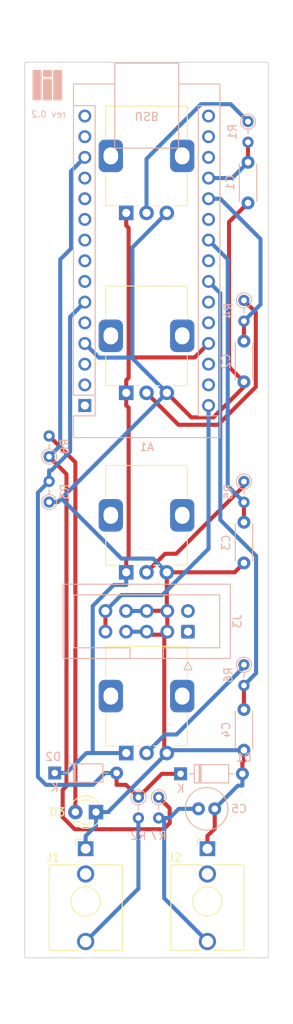
<source format=kicad_pcb>
(kicad_pcb (version 20221018) (generator pcbnew)
  (layers (0 "F.Cu" signal) (31 "B.Cu" signal) (34 "B.Paste" user) (35 "F.Paste" user) (36 "B.SilkS" user "B.Silkscreen") (37 "F.SilkS" user "F.Silkscreen") (38 "B.Mask" user) (39 "F.Mask" user) (44 "Edge.Cuts" user))
  (net 0 "")
  (net 5 "Net-(A1-D3)")
  (net 12 "Net-(A1-D10)")
  (net 18 "Net-(A1-A0)")
  (net 19 "Net-(A1-A1)")
  (net 21 "Net-(A1-A3)")
  (net 23 "Net-(A1-A5)")
  (net 28 "+12V")
  (net 29 "GND")
  (net 30 "+5V")
  (net 31 "Net-(R1-Pad1)")
  (net 32 "Net-(J1-PadT)")
  (net 33 "Net-(C5-Pad2)")
  (net 34 "Net-(R4-Pad1)")
  (net 35 "Net-(R5-Pad1)")
  (net 36 "Net-(R6-Pad1)")
  (net 37 "Net-(D3-A)")
  (footprint "Potentiometer_THT:Potentiometer_Alps_RK09K_Single_Vertical" (layer "F.Cu") (at 32.5 81.65 90)
    (fp_text reference "RV3-FORM1" hide)
    (fp_text value "R_Potentiometer_US" hide)
    (pad "1" thru_hole rect locked (at 0 0 90) (size 1.8 1.8) (drill 1) (layers "*.Cu" "*.Mask") (net 30 "+5V"))
    (pad "2" thru_hole circle locked (at 0 2.5 90) (size 1.8 1.8) (drill 1) (layers "*.Cu" "*.Mask") (net 35 "Net-(R5-Pad1)"))
    (pad "3" thru_hole circle locked (at 0 5 90) (size 1.8 1.8) (drill 1) (layers "*.Cu" "*.Mask") (net 29 "GND"))
    (pad "MP" thru_hole roundrect locked (at 7 -1.9 90) (size 4 3) (drill oval 2.1 1.8) (layers "*.Cu" "*.Mask"))
    (pad "MP" thru_hole roundrect locked (at 7 6.9 90) (size 4 3) (drill oval 2.1 1.8) (layers "*.Cu" "*.Mask"))
  )
  (footprint "LED_THT:LED_D3.0mm" (layer "F.Cu") (at 28.775 111.1 180)
    (fp_text reference "D3" (at 4.775 0) (layer "F.SilkS"))
    (fp_text value "LED")
    (pad "1" thru_hole rect locked (at 0 0 180) (size 1.8 1.8) (drill 0.9) (layers "*.Cu" "*.Mask") (net 29 "GND"))
    (pad "2" thru_hole circle locked (at 2.54 0 180) (size 1.8 1.8) (drill 0.9) (layers "*.Cu" "*.Mask") (net 37 "Net-(D3-A)"))
  )
  (footprint "Connector_Audio:Jack_3.5mm_QingPu_WQP-PJ398SM_Vertical_CircularHoles" (layer "F.Cu") (at 27.5 115.6)
    (fp_text reference "J1" (at -4.03 1.08 180) (layer "F.SilkS"))
    (fp_text value "CLOCK IN")
    (pad "S" thru_hole rect locked (at 0 0 180) (size 1.93 1.83) (drill 1.22) (layers "*.Cu" "*.Mask") (net 29 "GND"))
    (pad "T" thru_hole circle locked (at 0 11.4 180) (size 2.13 2.13) (drill 1.43) (layers "*.Cu" "*.Mask") (net 32 "Net-(J1-PadT)"))
    (pad "TN" thru_hole circle locked (at 0 3.1 180) (size 2.13 2.13) (drill 1.42) (layers "*.Cu" "*.Mask"))
  )
  (footprint "Potentiometer_THT:Potentiometer_Alps_RK09K_Single_Vertical" (layer "F.Cu") (at 32.5 59.6 90)
    (fp_text reference "RV2-PHASE1" hide)
    (fp_text value "R_Potentiometer_US" hide)
    (pad "1" thru_hole rect locked (at 0 0 90) (size 1.8 1.8) (drill 1) (layers "*.Cu" "*.Mask") (net 30 "+5V"))
    (pad "2" thru_hole circle locked (at 0 2.5 90) (size 1.8 1.8) (drill 1) (layers "*.Cu" "*.Mask") (net 34 "Net-(R4-Pad1)"))
    (pad "3" thru_hole circle locked (at 0 5 90) (size 1.8 1.8) (drill 1) (layers "*.Cu" "*.Mask") (net 29 "GND"))
    (pad "MP" thru_hole roundrect locked (at 7 -1.9 90) (size 4 3) (drill oval 2.1 1.8) (layers "*.Cu" "*.Mask"))
    (pad "MP" thru_hole roundrect locked (at 7 6.9 90) (size 4 3) (drill oval 2.1 1.8) (layers "*.Cu" "*.Mask"))
  )
  (footprint "Potentiometer_THT:Potentiometer_Alps_RK09K_Single_Vertical" (layer "F.Cu") (at 32.5 103.85 90)
    (fp_text reference "RV4-MOD1" hide)
    (fp_text value "R_Potentiometer_US" hide)
    (pad "1" thru_hole rect locked (at 0 0 90) (size 1.8 1.8) (drill 1) (layers "*.Cu" "*.Mask") (net 30 "+5V"))
    (pad "2" thru_hole circle locked (at 0 2.5 90) (size 1.8 1.8) (drill 1) (layers "*.Cu" "*.Mask") (net 36 "Net-(R6-Pad1)"))
    (pad "3" thru_hole circle locked (at 0 5 90) (size 1.8 1.8) (drill 1) (layers "*.Cu" "*.Mask") (net 29 "GND"))
    (pad "MP" thru_hole roundrect locked (at 7 -1.9 90) (size 4 3) (drill oval 2.1 1.8) (layers "*.Cu" "*.Mask"))
    (pad "MP" thru_hole roundrect locked (at 7 6.9 90) (size 4 3) (drill oval 2.1 1.8) (layers "*.Cu" "*.Mask"))
  )
  (footprint "Potentiometer_THT:Potentiometer_Alps_RK09K_Single_Vertical" (layer "F.Cu") (at 32.5 37.5 90)
    (fp_text reference "RV1-AMP1" hide)
    (fp_text value "R_Potentiometer_US" hide)
    (pad "1" thru_hole rect locked (at 0 0 90) (size 1.8 1.8) (drill 1) (layers "*.Cu" "*.Mask") (net 30 "+5V"))
    (pad "2" thru_hole circle locked (at 0 2.5 90) (size 1.8 1.8) (drill 1) (layers "*.Cu" "*.Mask") (net 31 "Net-(R1-Pad1)"))
    (pad "3" thru_hole circle locked (at 0 5 90) (size 1.8 1.8) (drill 1) (layers "*.Cu" "*.Mask") (net 29 "GND"))
    (pad "MP" thru_hole roundrect locked (at 7 -1.9 90) (size 4 3) (drill oval 2.1 1.8) (layers "*.Cu" "*.Mask"))
    (pad "MP" thru_hole roundrect locked (at 7 6.9 90) (size 4 3) (drill oval 2.1 1.8) (layers "*.Cu" "*.Mask"))
  )
  (footprint "Connector_Audio:Jack_3.5mm_QingPu_WQP-PJ398SM_Vertical_CircularHoles" (layer "F.Cu") (at 42.5 115.6)
    (fp_text reference "J2" (at -4.03 1.08 180) (layer "F.SilkS"))
    (fp_text value "OUT")
    (pad "S" thru_hole rect locked (at 0 0 180) (size 1.93 1.83) (drill 1.22) (layers "*.Cu" "*.Mask") (net 29 "GND"))
    (pad "T" thru_hole circle locked (at 0 11.4 180) (size 2.13 2.13) (drill 1.43) (layers "*.Cu" "*.Mask") (net 33 "Net-(C5-Pad2)"))
    (pad "TN" thru_hole circle locked (at 0 3.1 180) (size 2.13 2.13) (drill 1.42) (layers "*.Cu" "*.Mask"))
  )
  (footprint "MountingHole:MountingHole_2.5mm" (layer "B.Cu") (at 47.1 42 180)
    (fp_text reference "HOLE RIGHT" hide)
    (fp_text value "MountingHole_2.5mm" hide)
    (pad "" np_thru_hole circle (at 0 0 180) (size 2.5 2.5) (drill 2.5) (layers "*.Cu" "*.Mask"))
  )
  (footprint "MountingHole:MountingHole_2.5mm" (layer "B.Cu") (at 22.9 42 180)
    (fp_text reference "REF**" hide)
    (fp_text value "MountingHole_2.5mm" hide)
    (pad "" np_thru_hole circle (at 0 0 180) (size 2.5 2.5) (drill 2.5) (layers "*.Cu" "*.Mask"))
  )
  (footprint "Capacitor_THT:C_Disc_D4.3mm_W1.9mm_P5.00mm" (layer "B.Cu") (at 47 98.5 -90)
    (fp_text reference "C4" (at 2.5 2.2 90) (layer "B.SilkS") (effects (justify mirror)))
    (fp_text value "C 220pF" hide)
    (pad "1" thru_hole circle (at 0 0 270) (size 1.6 1.6) (drill 0.8) (layers "*.Cu" "*.Mask") (net 23 "Net-(A1-A5)"))
    (pad "2" thru_hole circle (at 5 0 270) (size 1.6 1.6) (drill 0.8) (layers "*.Cu" "*.Mask") (net 29 "GND"))
  )
  (footprint "Capacitor_THT:C_Disc_D4.3mm_W1.9mm_P5.00mm" (layer "B.Cu") (at 47.5 31.28 -90)
    (fp_text reference "C1" (at 2.5 2.2 90) (layer "B.SilkS") (effects (justify mirror)))
    (fp_text value "C 220pF" hide)
    (pad "1" thru_hole circle (at 0 0 270) (size 1.6 1.6) (drill 0.8) (layers "*.Cu" "*.Mask") (net 18 "Net-(A1-A0)"))
    (pad "2" thru_hole circle (at 5 0 270) (size 1.6 1.6) (drill 0.8) (layers "*.Cu" "*.Mask") (net 29 "GND"))
  )
  (footprint "Diode_THT:D_DO-35_SOD27_P7.62mm_Horizontal" (layer "B.Cu") (at 23.69 106.3)
    (fp_text reference "D2" (at -0.19 -2) (layer "B.SilkS") (effects (justify mirror)))
    (fp_text value "BAT43" hide)
    (fp_text user "K" (at 0 1.8) (layer "B.SilkS") (effects (justify mirror)))
    (pad "1" thru_hole rect (at 0 0) (size 1.6 1.6) (drill 0.8) (layers "*.Cu" "*.Mask") (net 30 "+5V"))
    (pad "2" thru_hole oval (at 7.62 0) (size 1.6 1.6) (drill 0.8) (layers "*.Cu" "*.Mask") (net 5 "Net-(A1-D3)"))
  )
  (footprint "Resistor_THT:R_Axial_DIN0204_L3.6mm_D1.6mm_P2.54mm_Vertical" (layer "B.Cu") (at 47 48.25 -90)
    (fp_text reference "R4" (at 1.27 1.92 90) (layer "B.SilkS") (effects (justify mirror)))
    (fp_text value "R 470" hide)
    (pad "1" thru_hole circle (at 0 0 270) (size 1.4 1.4) (drill 0.7) (layers "*.Cu" "*.Mask") (net 34 "Net-(R4-Pad1)"))
    (pad "2" thru_hole oval (at 2.54 0 270) (size 1.4 1.4) (drill 0.7) (layers "*.Cu" "*.Mask") (net 19 "Net-(A1-A1)"))
  )
  (footprint "Capacitor_THT:C_Disc_D4.3mm_W1.9mm_P5.00mm" (layer "B.Cu") (at 47 75.5 -90)
    (fp_text reference "C3" (at 2.5 2.2 90) (layer "B.SilkS") (effects (justify mirror)))
    (fp_text value "C 220pF" hide)
    (pad "1" thru_hole circle (at 0 0 270) (size 1.6 1.6) (drill 0.8) (layers "*.Cu" "*.Mask") (net 21 "Net-(A1-A3)"))
    (pad "2" thru_hole circle (at 5 0 270) (size 1.6 1.6) (drill 0.8) (layers "*.Cu" "*.Mask") (net 29 "GND"))
  )
  (footprint "Resistor_THT:R_Axial_DIN0204_L3.6mm_D1.6mm_P2.54mm_Vertical" (layer "B.Cu") (at 23 73.02 90)
    (fp_text reference "R3" (at 1.27 1.92 90) (layer "B.SilkS") (effects (justify mirror)))
    (fp_text value "R 100K" hide)
    (pad "1" thru_hole circle (at 0 0 90) (size 1.4 1.4) (drill 0.7) (layers "*.Cu" "*.Mask") (net 29 "GND"))
    (pad "2" thru_hole oval (at 2.54 0 90) (size 1.4 1.4) (drill 0.7) (layers "*.Cu" "*.Mask") (net 5 "Net-(A1-D3)"))
  )
  (footprint "Resistor_THT:R_Axial_DIN0204_L3.6mm_D1.6mm_P2.54mm_Vertical" (layer "B.Cu") (at 23 67.44 90)
    (fp_text reference "R8" (at 1.27 1.92 90) (layer "B.SilkS") (effects (justify mirror)))
    (fp_text value "R 33K" hide)
    (pad "1" thru_hole circle (at 0 0 90) (size 1.4 1.4) (drill 0.7) (layers "*.Cu" "*.Mask") (net 12 "Net-(A1-D10)"))
    (pad "2" thru_hole oval (at 2.54 0 90) (size 1.4 1.4) (drill 0.7) (layers "*.Cu" "*.Mask") (net 37 "Net-(D3-A)"))
  )
  (footprint "Resistor_THT:R_Axial_DIN0204_L3.6mm_D1.6mm_P2.54mm_Vertical" (layer "B.Cu") (at 47 93 -90)
    (fp_text reference "R6" (at 1.27 1.92 -90) (layer "B.SilkS") (effects (justify mirror)))
    (fp_text value "R 470" hide)
    (pad "1" thru_hole circle (at 0 0 270) (size 1.4 1.4) (drill 0.7) (layers "*.Cu" "*.Mask") (net 36 "Net-(R6-Pad1)"))
    (pad "2" thru_hole oval (at 2.54 0 270) (size 1.4 1.4) (drill 0.7) (layers "*.Cu" "*.Mask") (net 23 "Net-(A1-A5)"))
  )
  (footprint "Module:Arduino_Nano" (layer "B.Cu") (at 27.4 61.16)
    (fp_text reference "A1" (at 7.62 5.08) (layer "B.SilkS") (effects (justify mirror)))
    (fp_text value "Arduino_Nano" hide)
    (fp_text user "USB" (at 7.62 -35.56 180 unlocked) (layer "B.SilkS") (effects (justify mirror)))
    (pad "1" thru_hole rect (at 0 0) (size 1.6 1.6) (drill 1) (layers "*.Cu" "*.Mask"))
    (pad "2" thru_hole oval (at 0 -2.54) (size 1.6 1.6) (drill 1) (layers "*.Cu" "*.Mask"))
    (pad "3" thru_hole oval (at 0 -5.08) (size 1.6 1.6) (drill 1) (layers "*.Cu" "*.Mask"))
    (pad "4" thru_hole oval (at 0 -7.62) (size 1.6 1.6) (drill 1) (layers "*.Cu" "*.Mask") (net 29 "GND"))
    (pad "5" thru_hole oval (at 0 -10.16) (size 1.6 1.6) (drill 1) (layers "*.Cu" "*.Mask"))
    (pad "6" thru_hole oval (at 0 -12.7) (size 1.6 1.6) (drill 1) (layers "*.Cu" "*.Mask") (net 5 "Net-(A1-D3)"))
    (pad "7" thru_hole oval (at 0 -15.24) (size 1.6 1.6) (drill 1) (layers "*.Cu" "*.Mask"))
    (pad "8" thru_hole oval (at 0 -17.78) (size 1.6 1.6) (drill 1) (layers "*.Cu" "*.Mask"))
    (pad "9" thru_hole oval (at 0 -20.32) (size 1.6 1.6) (drill 1) (layers "*.Cu" "*.Mask"))
    (pad "10" thru_hole oval (at 0 -22.86) (size 1.6 1.6) (drill 1) (layers "*.Cu" "*.Mask"))
    (pad "11" thru_hole oval (at 0 -25.4) (size 1.6 1.6) (drill 1) (layers "*.Cu" "*.Mask"))
    (pad "12" thru_hole oval (at 0 -27.94) (size 1.6 1.6) (drill 1) (layers "*.Cu" "*.Mask"))
    (pad "13" thru_hole oval (at 0 -30.48) (size 1.6 1.6) (drill 1) (layers "*.Cu" "*.Mask") (net 12 "Net-(A1-D10)"))
    (pad "14" thru_hole oval (at 0 -33.02) (size 1.6 1.6) (drill 1) (layers "*.Cu" "*.Mask"))
    (pad "15" thru_hole oval (at 0 -35.56) (size 1.6 1.6) (drill 1) (layers "*.Cu" "*.Mask"))
    (pad "16" thru_hole oval (at 15.24 -35.56) (size 1.6 1.6) (drill 1) (layers "*.Cu" "*.Mask"))
    (pad "17" thru_hole oval (at 15.24 -33.02) (size 1.6 1.6) (drill 1) (layers "*.Cu" "*.Mask"))
    (pad "18" thru_hole oval (at 15.24 -30.48) (size 1.6 1.6) (drill 1) (layers "*.Cu" "*.Mask"))
    (pad "19" thru_hole oval (at 15.24 -27.94) (size 1.6 1.6) (drill 1) (layers "*.Cu" "*.Mask") (net 18 "Net-(A1-A0)"))
    (pad "20" thru_hole oval (at 15.24 -25.4) (size 1.6 1.6) (drill 1) (layers "*.Cu" "*.Mask") (net 19 "Net-(A1-A1)"))
    (pad "21" thru_hole oval (at 15.24 -22.86) (size 1.6 1.6) (drill 1) (layers "*.Cu" "*.Mask"))
    (pad "22" thru_hole oval (at 15.24 -20.32) (size 1.6 1.6) (drill 1) (layers "*.Cu" "*.Mask") (net 21 "Net-(A1-A3)"))
    (pad "23" thru_hole oval (at 15.24 -17.78) (size 1.6 1.6) (drill 1) (layers "*.Cu" "*.Mask"))
    (pad "24" thru_hole oval (at 15.24 -15.24) (size 1.6 1.6) (drill 1) (layers "*.Cu" "*.Mask") (net 23 "Net-(A1-A5)"))
    (pad "25" thru_hole oval (at 15.24 -12.7) (size 1.6 1.6) (drill 1) (layers "*.Cu" "*.Mask"))
    (pad "26" thru_hole oval (at 15.24 -10.16) (size 1.6 1.6) (drill 1) (layers "*.Cu" "*.Mask"))
    (pad "27" thru_hole oval (at 15.24 -7.62) (size 1.6 1.6) (drill 1) (layers "*.Cu" "*.Mask") (net 30 "+5V"))
    (pad "28" thru_hole oval (at 15.24 -5.08) (size 1.6 1.6) (drill 1) (layers "*.Cu" "*.Mask"))
    (pad "29" thru_hole oval (at 15.24 -2.54) (size 1.6 1.6) (drill 1) (layers "*.Cu" "*.Mask"))
    (pad "30" thru_hole oval (at 15.24 0) (size 1.6 1.6) (drill 1) (layers "*.Cu" "*.Mask") (net 28 "+12V"))
  )
  (footprint "Connector_IDC:IDC-Header_2x05_P2.54mm_Vertical" (layer "B.Cu") (at 40.1 88.94 90)
    (fp_text reference "J3" (at 1.27 6.1 90) (layer "B.SilkS") (effects (justify mirror)))
    (fp_text value "Connector_02x05")
    (pad "1" thru_hole roundrect (at 0 0 90) (size 1.7 1.7) (drill 1) (layers "*.Cu" "*.Mask") (roundrect_rratio 0.147059))
    (pad "2" thru_hole circle (at 2.54 0 90) (size 1.7 1.7) (drill 1) (layers "*.Cu" "*.Mask"))
    (pad "3" thru_hole circle (at 0 -2.54 90) (size 1.7 1.7) (drill 1) (layers "*.Cu" "*.Mask") (net 29 "GND"))
    (pad "4" thru_hole circle (at 2.54 -2.54 90) (size 1.7 1.7) (drill 1) (layers "*.Cu" "*.Mask") (net 29 "GND"))
    (pad "5" thru_hole circle (at 0 -5.08 90) (size 1.7 1.7) (drill 1) (layers "*.Cu" "*.Mask") (net 29 "GND"))
    (pad "6" thru_hole circle (at 2.54 -5.08 90) (size 1.7 1.7) (drill 1) (layers "*.Cu" "*.Mask") (net 29 "GND"))
    (pad "7" thru_hole circle (at 0 -7.62 90) (size 1.7 1.7) (drill 1) (layers "*.Cu" "*.Mask") (net 29 "GND"))
    (pad "8" thru_hole circle (at 2.54 -7.62 90) (size 1.7 1.7) (drill 1) (layers "*.Cu" "*.Mask") (net 29 "GND"))
    (pad "9" thru_hole circle (at 0 -10.16 90) (size 1.7 1.7) (drill 1) (layers "*.Cu" "*.Mask") (net 28 "+12V"))
    (pad "10" thru_hole circle (at 2.54 -10.16 90) (size 1.7 1.7) (drill 1) (layers "*.Cu" "*.Mask") (net 28 "+12V"))
  )
  (footprint "Capacitor_THT:C_Radial_D5.0mm_H11.0mm_P2.00mm" (layer "B.Cu") (at 43.4 110.7 180)
    (fp_text reference "C5" (at -3 0) (layer "B.SilkS") (effects (justify mirror)))
    (fp_text value "C 4.7 µF" hide)
    (pad "1" thru_hole circle (at 0 0 180) (size 1.6 1.6) (drill 0.8) (layers "*.Cu" "*.Mask") (net 29 "GND"))
    (pad "2" thru_hole circle (at 2 0 180) (size 1.6 1.6) (drill 0.8) (layers "*.Cu" "*.Mask") (net 33 "Net-(C5-Pad2)"))
  )
  (footprint "Resistor_THT:R_Axial_DIN0204_L3.6mm_D1.6mm_P2.54mm_Vertical" (layer "B.Cu") (at 36.5 109.28 -90)
    (fp_text reference "R7" (at 4.72 0 -180) (layer "B.SilkS") (effects (justify mirror)))
    (fp_text value "R 470" hide)
    (pad "1" thru_hole circle (at 0 0 270) (size 1.4 1.4) (drill 0.7) (layers "*.Cu" "*.Mask") (net 12 "Net-(A1-D10)"))
    (pad "2" thru_hole oval (at 2.54 0 270) (size 1.4 1.4) (drill 0.7) (layers "*.Cu" "*.Mask") (net 33 "Net-(C5-Pad2)"))
  )
  (footprint "Capacitor_THT:C_Disc_D4.3mm_W1.9mm_P5.00mm" (layer "B.Cu") (at 47 53.25 -90)
    (fp_text reference "C2" (at 2.5 2.2 90) (layer "B.SilkS") (effects (justify mirror)))
    (fp_text value "C 220pF" hide)
    (pad "1" thru_hole circle (at 0 0 270) (size 1.6 1.6) (drill 0.8) (layers "*.Cu" "*.Mask") (net 19 "Net-(A1-A1)"))
    (pad "2" thru_hole circle (at 5 0 270) (size 1.6 1.6) (drill 0.8) (layers "*.Cu" "*.Mask") (net 29 "GND"))
  )
  (footprint "Resistor_THT:R_Axial_DIN0204_L3.6mm_D1.6mm_P2.54mm_Vertical" (layer "B.Cu") (at 47.5 26.28 -90)
    (fp_text reference "R1" (at 1.27 1.92 90) (layer "B.SilkS") (effects (justify mirror)))
    (fp_text value "R 470" hide)
    (pad "1" thru_hole circle (at 0 0 270) (size 1.4 1.4) (drill 0.7) (layers "*.Cu" "*.Mask") (net 31 "Net-(R1-Pad1)"))
    (pad "2" thru_hole oval (at 2.54 0 270) (size 1.4 1.4) (drill 0.7) (layers "*.Cu" "*.Mask") (net 18 "Net-(A1-A0)"))
  )
  (footprint "Resistor_THT:R_Axial_DIN0204_L3.6mm_D1.6mm_P2.54mm_Vertical" (layer "B.Cu") (at 34 109.28 -90)
    (fp_text reference "R2" (at 4.72 0 -180) (layer "B.SilkS") (effects (justify mirror)))
    (fp_text value "R 1K" hide)
    (pad "1" thru_hole circle (at 0 0 270) (size 1.4 1.4) (drill 0.7) (layers "*.Cu" "*.Mask") (net 5 "Net-(A1-D3)"))
    (pad "2" thru_hole oval (at 2.54 0 270) (size 1.4 1.4) (drill 0.7) (layers "*.Cu" "*.Mask") (net 32 "Net-(J1-PadT)"))
  )
  (footprint "Diode_THT:D_DO-35_SOD27_P7.62mm_Horizontal" (layer "B.Cu") (at 39.19 106.4)
    (fp_text reference "D1" (at 7.81 -2) (layer "B.SilkS") (effects (justify mirror)))
    (fp_text value "BAT43" hide)
    (fp_text user "K" (at 0 1.8) (layer "B.SilkS") (effects (justify mirror)))
    (pad "1" thru_hole rect (at 0 0) (size 1.6 1.6) (drill 0.8) (layers "*.Cu" "*.Mask") (net 5 "Net-(A1-D3)"))
    (pad "2" thru_hole oval (at 7.62 0) (size 1.6 1.6) (drill 0.8) (layers "*.Cu" "*.Mask") (net 29 "GND"))
  )
  (footprint "Resistor_THT:R_Axial_DIN0204_L3.6mm_D1.6mm_P2.54mm_Vertical" (layer "B.Cu") (at 47 70.5 -90)
    (fp_text reference "R5" (at 1.27 1.92 90) (layer "B.SilkS") (effects (justify mirror)))
    (fp_text value "R 470" hide)
    (pad "1" thru_hole circle (at 0 0 270) (size 1.4 1.4) (drill 0.7) (layers "*.Cu" "*.Mask") (net 35 "Net-(R5-Pad1)"))
    (pad "2" thru_hole oval (at 2.54 0 270) (size 1.4 1.4) (drill 0.7) (layers "*.Cu" "*.Mask") (net 21 "Net-(A1-A3)"))
  )
  (gr_poly (pts (xy 21.924096 19.942385) (xy 21.93213 19.943001) (xy 21.940051 19.944015) (xy 21.947848 19.945417) (xy 21.955511 19.947198) (xy 21.963031 19.949345) (xy 21.970397 19.951851) (xy 21.977598 19.954704) (xy 21.984625 19.957894) (xy 21.991467 19.961411) (xy 21.998115 19.965244) (xy 22.004558 19.969385) (xy 22.010785 19.973822) (xy 22.016787 19.978545) (xy 22.022554 19.983545) (xy 22.028075 19.98881) (xy 22.033341 19.994331) (xy 22.03834 20.000098) (xy 22.043064 20.0061) (xy 22.047501 20.012328) (xy 22.051641 20.018771) (xy 22.055475 20.025418) (xy 22.058992 20.032261) (xy 22.062182 20.039288) (xy 22.065035 20.046489) (xy 22.06754 20.053855) (xy 22.069688 20.061374) (xy 22.071468 20.069038) (xy 22.07287 20.076835) (xy 22.073885 20.084756) (xy 22.074501 20.09279) (xy 22.074708 20.100927) (xy 22.074708 23.533896) (xy 22.074501 23.541913) (xy 22.073885 23.549835) (xy 22.07287 23.55765) (xy 22.071468 23.565349) (xy 22.069688 23.572921) (xy 22.06754 23.580355) (xy 22.065035 23.587642) (xy 22.062182 23.594771) (xy 22.058992 23.601731) (xy 22.055475 23.608512) (xy 22.051641 23.615103) (xy 22.047501 23.621495) (xy 22.043064 23.627677) (xy 22.03834 23.633638) (xy 22.033341 23.639367) (xy 22.028076 23.644856) (xy 22.022554 23.650092) (xy 22.016787 23.655066) (xy 22.010785 23.659767) (xy 22.004558 23.664185) (xy 21.998115 23.668309) (xy 21.991467 23.67213) (xy 21.984625 23.675636) (xy 21.977598 23.678817) (xy 21.970397 23.681663) (xy 21.963031 23.684163) (xy 21.955511 23.686308) (xy 21.947848 23.688085) (xy 21.940051 23.689486) (xy 21.93213 23.6905) (xy 21.924096 23.691115) (xy 21.915958 23.691323) (xy 21.108979 23.691323) (xy 21.100842 23.691115) (xy 21.092808 23.690499) (xy 21.084887 23.689485) (xy 21.07709 23.688083) (xy 21.069426 23.686303) (xy 21.061906 23.684155) (xy 21.054541 23.681649) (xy 21.04734 23.678796) (xy 21.040313 23.675607) (xy 21.03347 23.67209) (xy 21.026823 23.668256) (xy 21.02038 23.664115) (xy 21.014152 23.659678) (xy 21.00815 23.654955) (xy 21.002383 23.649956) (xy 20.996862 23.64469) (xy 20.991597 23.639169) (xy 20.986597 23.633402) (xy 20.981874 23.6274) (xy 20.977437 23.621172) (xy 20.973296 23.61473) (xy 20.969463 23.608082) (xy 20.965946 23.60124) (xy 20.962756 23.594213) (xy 20.959903 23.587011) (xy 20.957397 23.579646) (xy 20.955249 23.572126) (xy 20.953469 23.564463) (xy 20.952067 23.556665) (xy 20.951053 23.548745) (xy 20.950437 23.54071) (xy 20.950229 23.532573) (xy 20.950229 20.100927) (xy 20.950437 20.09279) (xy 20.951053 20.084756) (xy 20.952067 20.076835) (xy 20.953469 20.069038) (xy 20.955249 20.061374) (xy 20.957397 20.053855) (xy 20.959903 20.046489) (xy 20.962756 20.039288) (xy 20.965946 20.032261) (xy 20.969463 20.025418) (xy 20.973296 20.018771) (xy 20.977437 20.012328) (xy 20.981874 20.0061) (xy 20.986597 20.000098) (xy 20.991597 19.994331) (xy 20.996862 19.98881) (xy 21.002383 19.983545) (xy 21.00815 19.978545) (xy 21.014152 19.973822) (xy 21.02038 19.969385) (xy 21.026823 19.965244) (xy 21.03347 19.961411) (xy 21.040313 19.957894) (xy 21.04734 19.954704) (xy 21.054541 19.951851) (xy 21.061906 19.949345) (xy 21.069426 19.947198) (xy 21.07709 19.945417) (xy 21.084887 19.944015) (xy 21.092808 19.943001) (xy 21.100842 19.942385) (xy 21.108979 19.942177) (xy 21.915958 19.942177)) (fill solid) (layer "B.SilkS"))
  (gr_poly (pts (xy 23.199387 20.991458) (xy 23.207422 20.992074) (xy 23.215342 20.993088) (xy 23.22314 20.99449) (xy 23.230803 20.99627) (xy 23.238323 20.998418) (xy 23.245688 21.000924) (xy 23.25289 21.003776) (xy 23.259917 21.006966) (xy 23.266759 21.010483) (xy 23.273407 21.014317) (xy 23.279849 21.018458) (xy 23.286077 21.022895) (xy 23.292079 21.027618) (xy 23.297846 21.032618) (xy 23.303367 21.037883) (xy 23.308633 21.043404) (xy 23.313632 21.049171) (xy 23.318355 21.055173) (xy 23.322792 21.061401) (xy 23.326933 21.067844) (xy 23.330767 21.074491) (xy 23.334284 21.081334) (xy 23.337474 21.08836) (xy 23.340326 21.095562) (xy 23.342832 21.102927) (xy 23.34498 21.110447) (xy 23.34676 21.118111) (xy 23.348162 21.125908) (xy 23.349176 21.133829) (xy 23.349792 21.141863) (xy 23.35 21.15) (xy 23.35 23.532573) (xy 23.349792 23.54071) (xy 23.349176 23.548745) (xy 23.348162 23.556665) (xy 23.34676 23.564463) (xy 23.34498 23.572126) (xy 23.342832 23.579646) (xy 23.340326 23.587011) (xy 23.337474 23.594213) (xy 23.334284 23.60124) (xy 23.330767 23.608082) (xy 23.326933 23.61473) (xy 23.322792 23.621172) (xy 23.318355 23.6274) (xy 23.313632 23.633402) (xy 23.308633 23.639169) (xy 23.303367 23.64469) (xy 23.297846 23.649956) (xy 23.292079 23.654955) (xy 23.286077 23.659678) (xy 23.279849 23.664115) (xy 23.273407 23.668256) (xy 23.266759 23.67209) (xy 23.259917 23.675607) (xy 23.25289 23.678796) (xy 23.245688 23.681649) (xy 23.238323 23.684155) (xy 23.230803 23.686303) (xy 23.22314 23.688083) (xy 23.215342 23.689485) (xy 23.207422 23.690499) (xy 23.199387 23.691115) (xy 23.19125 23.691323) (xy 22.384271 23.691323) (xy 22.376134 23.691115) (xy 22.368099 23.690499) (xy 22.360179 23.689485) (xy 22.352381 23.688083) (xy 22.344718 23.686303) (xy 22.337198 23.684155) (xy 22.329833 23.681649) (xy 22.322631 23.678796) (xy 22.315604 23.675607) (xy 22.308762 23.67209) (xy 22.302114 23.668256) (xy 22.295672 23.664115) (xy 22.289444 23.659678) (xy 22.283442 23.654955) (xy 22.277675 23.649956) (xy 22.272154 23.64469) (xy 22.266888 23.639169) (xy 22.261889 23.633402) (xy 22.257166 23.6274) (xy 22.252729 23.621172) (xy 22.248588 23.61473) (xy 22.244754 23.608082) (xy 22.241237 23.60124) (xy 22.238047 23.594213) (xy 22.235194 23.587011) (xy 22.232689 23.579646) (xy 22.230541 23.572126) (xy 22.228761 23.564463) (xy 22.227359 23.556665) (xy 22.226344 23.548745) (xy 22.225728 23.54071) (xy 22.225521 23.532573) (xy 22.225521 21.15) (xy 22.225728 21.141863) (xy 22.226344 21.133829) (xy 22.227359 21.125908) (xy 22.228761 21.118111) (xy 22.230541 21.110447) (xy 22.232689 21.102927) (xy 22.235194 21.095562) (xy 22.238047 21.08836) (xy 22.241237 21.081334) (xy 22.244754 21.074491) (xy 22.248588 21.067844) (xy 22.252729 21.061401) (xy 22.257166 21.055173) (xy 22.261889 21.049171) (xy 22.266888 21.043404) (xy 22.272154 21.037883) (xy 22.277675 21.032618) (xy 22.283442 21.027618) (xy 22.289444 21.022895) (xy 22.295672 21.018458) (xy 22.302114 21.014317) (xy 22.308762 21.010483) (xy 22.315604 21.006966) (xy 22.322631 21.003776) (xy 22.329833 21.000924) (xy 22.337198 20.998418) (xy 22.344718 20.99627) (xy 22.352381 20.99449) (xy 22.360179 20.993088) (xy 22.368099 20.992074) (xy 22.376134 20.991458) (xy 22.384271 20.99125) (xy 23.19125 20.99125)) (fill solid) (layer "B.SilkS"))
  (gr_poly (pts (xy 24.474679 19.942385) (xy 24.482713 19.943001) (xy 24.490634 19.944015) (xy 24.498431 19.945417) (xy 24.506095 19.947198) (xy 24.513614 19.949345) (xy 24.52098 19.951851) (xy 24.528181 19.954704) (xy 24.535208 19.957894) (xy 24.54205 19.961411) (xy 24.548698 19.965244) (xy 24.555141 19.969385) (xy 24.561368 19.973822) (xy 24.567371 19.978545) (xy 24.573137 19.983545) (xy 24.578659 19.98881) (xy 24.583924 19.994331) (xy 24.588924 20.000098) (xy 24.593647 20.0061) (xy 24.598084 20.012328) (xy 24.602224 20.018771) (xy 24.606058 20.025418) (xy 24.609575 20.032261) (xy 24.612765 20.039288) (xy 24.615618 20.046489) (xy 24.618123 20.053855) (xy 24.620271 20.061374) (xy 24.622051 20.069038) (xy 24.623454 20.076835) (xy 24.624468 20.084756) (xy 24.625084 20.09279) (xy 24.625291 20.100927) (xy 24.625291 23.533896) (xy 24.625084 23.541913) (xy 24.624468 23.549835) (xy 24.623454 23.55765) (xy 24.622051 23.565349) (xy 24.620271 23.572921) (xy 24.618123 23.580355) (xy 24.615618 23.587642) (xy 24.612765 23.594771) (xy 24.609575 23.601731) (xy 24.606058 23.608512) (xy 24.602224 23.615103) (xy 24.598084 23.621495) (xy 24.593647 23.627677) (xy 24.588924 23.633638) (xy 24.583924 23.639367) (xy 24.578659 23.644856) (xy 24.573137 23.650092) (xy 24.567371 23.655066) (xy 24.561368 23.659767) (xy 24.555141 23.664185) (xy 24.548698 23.668309) (xy 24.54205 23.67213) (xy 24.535208 23.675636) (xy 24.528181 23.678817) (xy 24.52098 23.681663) (xy 24.513614 23.684163) (xy 24.506095 23.686308) (xy 24.498431 23.688085) (xy 24.490634 23.689486) (xy 24.482713 23.6905) (xy 24.474679 23.691115) (xy 24.466542 23.691323) (xy 23.659562 23.691323) (xy 23.651425 23.691115) (xy 23.643391 23.690499) (xy 23.63547 23.689485) (xy 23.627673 23.688083) (xy 23.620009 23.686303) (xy 23.61249 23.684155) (xy 23.605124 23.681649) (xy 23.597923 23.678796) (xy 23.590896 23.675607) (xy 23.584053 23.67209) (xy 23.577406 23.668256) (xy 23.570963 23.664115) (xy 23.564736 23.659678) (xy 23.558733 23.654955) (xy 23.552966 23.649956) (xy 23.547445 23.64469) (xy 23.54218 23.639169) (xy 23.53718 23.633402) (xy 23.532457 23.6274) (xy 23.52802 23.621172) (xy 23.52388 23.61473) (xy 23.520046 23.608082) (xy 23.516529 23.60124) (xy 23.513339 23.594213) (xy 23.510486 23.587011) (xy 23.507981 23.579646) (xy 23.505833 23.572126) (xy 23.504053 23.564463) (xy 23.50265 23.556665) (xy 23.501636 23.548745) (xy 23.50102 23.54071) (xy 23.500813 23.532573) (xy 23.500813 20.100927) (xy 23.50102 20.09279) (xy 23.501636 20.084756) (xy 23.50265 20.076835) (xy 23.504053 20.069038) (xy 23.505833 20.061374) (xy 23.507981 20.053855) (xy 23.510486 20.046489) (xy 23.513339 20.039288) (xy 23.516529 20.032261) (xy 23.520046 20.025418) (xy 23.52388 20.018771) (xy 23.52802 20.012328) (xy 23.532457 20.0061) (xy 23.53718 20.000098) (xy 23.54218 19.994331) (xy 23.547445 19.98881) (xy 23.552966 19.983545) (xy 23.558733 19.978545) (xy 23.564736 19.973822) (xy 23.570963 19.969385) (xy 23.577406 19.965244) (xy 23.584053 19.961411) (xy 23.590896 19.957894) (xy 23.597923 19.954704) (xy 23.605124 19.951851) (xy 23.61249 19.949345) (xy 23.620009 19.947198) (xy 23.627673 19.945417) (xy 23.63547 19.944015) (xy 23.643391 19.943001) (xy 23.651425 19.942385) (xy 23.659562 19.942177) (xy 24.466542 19.942177)) (fill solid) (layer "B.SilkS"))
  (gr_poly (pts (xy 23.199387 19.942385) (xy 23.207422 19.943001) (xy 23.215342 19.944015) (xy 23.22314 19.945417) (xy 23.230803 19.947197) (xy 23.238323 19.949345) (xy 23.245688 19.951851) (xy 23.25289 19.954704) (xy 23.259917 19.957894) (xy 23.266759 19.961411) (xy 23.273407 19.965244) (xy 23.279849 19.969385) (xy 23.286077 19.973822) (xy 23.292079 19.978545) (xy 23.297846 19.983545) (xy 23.303367 19.98881) (xy 23.308633 19.994331) (xy 23.313632 20.000098) (xy 23.318355 20.0061) (xy 23.322792 20.012328) (xy 23.326933 20.018771) (xy 23.330767 20.025418) (xy 23.334284 20.032261) (xy 23.337474 20.039288) (xy 23.340326 20.046489) (xy 23.342832 20.053854) (xy 23.34498 20.061374) (xy 23.34676 20.069038) (xy 23.348162 20.076835) (xy 23.349176 20.084756) (xy 23.349792 20.09279) (xy 23.35 20.100927) (xy 23.35 20.683011) (xy 23.349792 20.691148) (xy 23.349176 20.699182) (xy 23.348162 20.707103) (xy 23.34676 20.7149) (xy 23.34498 20.722564) (xy 23.342832 20.730083) (xy 23.340326 20.737449) (xy 23.337474 20.74465) (xy 23.334284 20.751677) (xy 23.330767 20.758519) (xy 23.326933 20.765167) (xy 23.322792 20.77161) (xy 23.318355 20.777837) (xy 23.313632 20.78384) (xy 23.308633 20.789606) (xy 23.303367 20.795128) (xy 23.297846 20.800393) (xy 23.292079 20.805393) (xy 23.286077 20.810116) (xy 23.279849 20.814553) (xy 23.273407 20.818693) (xy 23.266759 20.822527) (xy 23.259917 20.826044) (xy 23.25289 20.829234) (xy 23.245688 20.832087) (xy 23.238323 20.834592) (xy 23.230803 20.83674) (xy 23.22314 20.83852) (xy 23.215342 20.839923) (xy 23.207422 20.840937) (xy 23.199387 20.841553) (xy 23.19125 20.841761) (xy 22.384271 20.841761) (xy 22.376134 20.841553) (xy 22.368099 20.840937) (xy 22.360179 20.839923) (xy 22.352381 20.83852) (xy 22.344718 20.83674) (xy 22.337198 20.834592) (xy 22.329833 20.832087) (xy 22.322631 20.829234) (xy 22.315604 20.826044) (xy 22.308762 20.822527) (xy 22.302114 20.818693) (xy 22.295672 20.814553) (xy 22.289444 20.810116) (xy 22.283442 20.805393) (xy 22.277675 20.800393) (xy 22.272154 20.795128) (xy 22.266888 20.789606) (xy 22.261889 20.78384) (xy 22.257166 20.777837) (xy 22.252729 20.77161) (xy 22.248588 20.765167) (xy 22.244754 20.758519) (xy 22.241237 20.751677) (xy 22.238047 20.74465) (xy 22.235194 20.737449) (xy 22.232689 20.730083) (xy 22.230541 20.722564) (xy 22.228761 20.7149) (xy 22.227359 20.707103) (xy 22.226344 20.699182) (xy 22.225728 20.691148) (xy 22.225521 20.683011) (xy 22.225521 20.100927) (xy 22.225728 20.09279) (xy 22.226344 20.084756) (xy 22.227359 20.076835) (xy 22.228761 20.069038) (xy 22.230541 20.061374) (xy 22.232689 20.053854) (xy 22.235194 20.046489) (xy 22.238047 20.039288) (xy 22.241237 20.032261) (xy 22.244754 20.025418) (xy 22.248588 20.018771) (xy 22.252729 20.012328) (xy 22.257166 20.0061) (xy 22.261889 20.000098) (xy 22.266888 19.994331) (xy 22.272154 19.98881) (xy 22.277675 19.983545) (xy 22.283442 19.978545) (xy 22.289444 19.973822) (xy 22.295672 19.969385) (xy 22.302114 19.965244) (xy 22.308762 19.961411) (xy 22.315604 19.957894) (xy 22.322631 19.954704) (xy 22.329833 19.951851) (xy 22.337198 19.949345) (xy 22.344718 19.947197) (xy 22.352381 19.945417) (xy 22.360179 19.944015) (xy 22.368099 19.943001) (xy 22.376134 19.942385) (xy 22.384271 19.942177) (xy 23.19125 19.942177)) (fill solid) (layer "B.SilkS"))
  (gr_rect (start 20 19) (end 50 129) (stroke (width 0.1)) (fill none) (layer "Edge.Cuts"))
  (gr_text "rev 0.2" (at 25.15 25.85) (layer "B.SilkS") (effects (font (size 0.8 0.8) (thickness 0.1) bold) (justify left bottom mirror)))
  (segment (start 36.88 106.4) (end 34 109.28) (width 0.5) (layer "F.Cu") (net 5))
  (segment (start 31.31 107.7501) (end 32.4701 107.7501) (width 0.5) (layer "F.Cu") (net 5))
  (segment (start 31.31 106.3) (end 31.31 107.7501) (width 0.5) (layer "F.Cu") (net 5))
  (segment (start 32.4701 107.7501) (end 34 109.28) (width 0.5) (layer "F.Cu") (net 5))
  (segment (start 39.19 106.4) (end 36.88 106.4) (width 0.5) (layer "F.Cu") (net 5))
  (segment (start 22.6057 107.7546) (end 21.6211 106.77) (width 0.5) (layer "B.Cu") (net 5))
  (segment (start 25.5898 66.8198) (end 25.5898 50.2702) (width 0.5) (layer "B.Cu") (net 5))
  (segment (start 29.8599 106.3) (end 28.4053 107.7546) (width 0.5) (layer "B.Cu") (net 5))
  (segment (start 21.6211 106.77) (end 21.6211 71.8589) (width 0.5) (layer "B.Cu") (net 5))
  (segment (start 23 69.1299) (end 23.2797 69.1299) (width 0.5) (layer "B.Cu") (net 5))
  (segment (start 28.4053 107.7546) (end 22.6057 107.7546) (width 0.5) (layer "B.Cu") (net 5))
  (segment (start 31.31 106.3) (end 29.8599 106.3) (width 0.5) (layer "B.Cu") (net 5))
  (segment (start 23.2797 69.1299) (end 25.5898 66.8198) (width 0.5) (layer "B.Cu") (net 5))
  (segment (start 25.5898 50.2702) (end 27.4 48.46) (width 0.5) (layer "B.Cu") (net 5))
  (segment (start 23 70.48) (end 23 69.1299) (width 0.5) (layer "B.Cu") (net 5))
  (segment (start 21.6211 71.8589) (end 23 70.48) (width 0.5) (layer "B.Cu") (net 5))
  (segment (start 25.1402 69.5802) (end 25.1402 107.9065) (width 0.5) (layer "F.Cu") (net 12))
  (segment (start 23 67.44) (end 25.1402 69.5802) (width 0.5) (layer "F.Cu") (net 12))
  (segment (start 37.8515 110.6315) (end 36.5 109.28) (width 0.5) (layer "F.Cu") (net 12))
  (segment (start 26.1502 113.2074) (end 37.0974 113.2074) (width 0.5) (layer "F.Cu") (net 12))
  (segment (start 25.1402 107.9065) (end 24.6709 108.3758) (width 0.5) (layer "F.Cu") (net 12))
  (segment (start 37.8515 112.4533) (end 37.8515 110.6315) (width 0.5) (layer "F.Cu") (net 12))
  (segment (start 24.6709 108.3758) (end 24.6709 111.7281) (width 0.5) (layer "F.Cu") (net 12))
  (segment (start 24.6709 111.7281) (end 26.1502 113.2074) (width 0.5) (layer "F.Cu") (net 12))
  (segment (start 37.0974 113.2074) (end 37.8515 112.4533) (width 0.5) (layer "F.Cu") (net 12))
  (segment (start 25.6934 32.3866) (end 25.6934 41.8939) (width 0.5) (layer "B.Cu") (net 12))
  (segment (start 25.6934 41.8939) (end 24.3717 43.2156) (width 0.5) (layer "B.Cu") (net 12))
  (segment (start 27.4 30.68) (end 25.6934 32.3866) (width 0.5) (layer "B.Cu") (net 12))
  (segment (start 24.3717 43.2156) (end 24.3717 66.0683) (width 0.5) (layer "B.Cu") (net 12))
  (segment (start 24.3717 66.0683) (end 23 67.44) (width 0.5) (layer "B.Cu") (net 12))
  (segment (start 47.5 28.82) (end 47.5 31.28) (width 0.5) (layer "F.Cu") (net 18))
  (segment (start 45.56 33.22) (end 47.5 31.28) (width 0.5) (layer "B.Cu") (net 18))
  (segment (start 42.64 33.22) (end 45.56 33.22) (width 0.5) (layer "B.Cu") (net 18))
  (segment (start 47 50.79) (end 47 53.25) (width 0.5) (layer "F.Cu") (net 19))
  (segment (start 49.0416 40.7115) (end 49.0416 48.7484) (width 0.5) (layer "B.Cu") (net 19))
  (segment (start 44.0901 35.76) (end 49.0416 40.7115) (width 0.5) (layer "B.Cu") (net 19))
  (segment (start 49.0416 48.7484) (end 47 50.79) (width 0.5) (layer "B.Cu") (net 19))
  (segment (start 42.64 35.76) (end 44.0901 35.76) (width 0.5) (layer "B.Cu") (net 19))
  (segment (start 47 73.04) (end 47 75.5) (width 0.5) (layer "F.Cu") (net 21))
  (segment (start 45.0018 71.0418) (end 47 73.04) (width 0.5) (layer "B.Cu") (net 21))
  (segment (start 45.0018 43.2018) (end 45.0018 71.0418) (width 0.5) (layer "B.Cu") (net 21))
  (segment (start 42.64 40.84) (end 45.0018 43.2018) (width 0.5) (layer "B.Cu") (net 21))
  (segment (start 47 95.54) (end 47 98.5) (width 0.5) (layer "F.Cu") (net 23))
  (segment (start 44.0902 47.3702) (end 44.0902 75.2143) (width 0.5) (layer "B.Cu") (net 23))
  (segment (start 48.4941 94.0459) (end 47 95.54) (width 0.5) (layer "B.Cu") (net 23))
  (segment (start 42.64 45.92) (end 44.0902 47.3702) (width 0.5) (layer "B.Cu") (net 23))
  (segment (start 44.0902 75.2143) (end 48.4941 79.6182) (width 0.5) (layer "B.Cu") (net 23))
  (segment (start 48.4941 79.6182) (end 48.4941 94.0459) (width 0.5) (layer "B.Cu") (net 23))
  (segment (start 29.94 88.94) (end 29.94 86.4) (width 0.5) (layer "F.Cu") (net 28))
  (segment (start 42.64 78.7539) (end 36.9506 84.4433) (width 0.5) (layer "B.Cu") (net 28))
  (segment (start 42.64 61.16) (end 42.64 78.7539) (width 0.5) (layer "B.Cu") (net 28))
  (segment (start 36.9506 84.4433) (end 31.8967 84.4433) (width 0.5) (layer "B.Cu") (net 28))
  (segment (start 31.8967 84.4433) (end 29.94 86.4) (width 0.5) (layer "B.Cu") (net 28))
  (segment (start 37.5 86.37) (end 37.5 81.65) (width 0.5) (layer "F.Cu") (net 29))
  (segment (start 45.1621 56.4121) (end 45.1621 38.6179) (width 0.5) (layer "F.Cu") (net 29))
  (segment (start 37.56 88.94) (end 37.56 86.4) (width 0.5) (layer "F.Cu") (net 29))
  (segment (start 35.3925 89.3125) (end 35.02 88.94) (width 0.5) (layer "F.Cu") (net 29))
  (segment (start 43.4 110.7) (end 43.4 113.1349) (width 0.5) (layer "F.Cu") (net 29))
  (segment (start 37.1875 103.5375) (end 37.1875 89.3125) (width 0.5) (layer "F.Cu") (net 29))
  (segment (start 37.53 86.37) (end 37.5 86.37) (width 0.5) (layer "F.Cu") (net 29))
  (segment (start 45.1621 38.6179) (end 47.5 36.28) (width 0.5) (layer "F.Cu") (net 29))
  (segment (start 47 58.8588) (end 47 58.25) (width 0.5) (layer "F.Cu") (net 29))
  (segment (start 40.5177 62.6177) (end 43.2411 62.6177) (width 0.5) (layer "F.Cu") (net 29))
  (segment (start 43.4 113.1349) (end 42.5 114.0349) (width 0.5) (layer "F.Cu") (net 29))
  (segment (start 37.5 81.65) (end 45.85 81.65) (width 0.5) (layer "F.Cu") (net 29))
  (segment (start 37.1875 89.3125) (end 37.56 88.94) (width 0.5) (layer "F.Cu") (net 29))
  (segment (start 43.2411 62.6177) (end 47 58.8588) (width 0.5) (layer "F.Cu") (net 29))
  (segment (start 46.81 106.4) (end 46.81 104.9499) (width 0.5) (layer "F.Cu") (net 29))
  (segment (start 47 58.25) (end 45.1621 56.4121) (width 0.5) (layer "F.Cu") (net 29))
  (segment (start 37.5 59.6) (end 40.5177 62.6177) (width 0.5) (layer "F.Cu") (net 29))
  (segment (start 35.05 86.37) (end 35.02 86.4) (width 0.5) (layer "F.Cu") (net 29))
  (segment (start 37.5 86.37) (end 35.05 86.37) (width 0.5) (layer "F.Cu") (net 29))
  (segment (start 37.5 103.85) (end 37.1875 103.5375) (width 0.5) (layer "F.Cu") (net 29))
  (segment (start 42.5 115.6) (end 42.5 114.0349) (width 0.5) (layer "F.Cu") (net 29))
  (segment (start 47 104.7599) (end 47 103.5) (width 0.5) (layer "F.Cu") (net 29))
  (segment (start 37.56 86.4) (end 37.53 86.37) (width 0.5) (layer "F.Cu") (net 29))
  (segment (start 45.85 81.65) (end 47 80.5) (width 0.5) (layer "F.Cu") (net 29))
  (segment (start 46.81 104.9499) (end 47 104.7599) (width 0.5) (layer "F.Cu") (net 29))
  (segment (start 37.1875 89.3125) (end 35.3925 89.3125) (width 0.5) (layer "F.Cu") (net 29))
  (segment (start 46.81 106.4) (end 46.81 107.8501) (width 0.5) (layer "B.Cu") (net 29))
  (segment (start 35.02 88.94) (end 32.48 88.94) (width 0.5) (layer "B.Cu") (net 29))
  (segment (start 28.775 111.1) (end 30.3251 111.1) (width 0.5) (layer "B.Cu") (net 29))
  (segment (start 24.08 73.02) (end 24.5217 72.5783) (width 0.5) (layer "B.Cu") (net 29))
  (segment (start 33.262 55.362) (end 37.5 59.6) (width 0.5) (layer "B.Cu") (net 29))
  (segment (start 23 73.02) (end 24.08 73.02) (width 0.5) (layer "B.Cu") (net 29))
  (segment (start 35.8114 79.9614) (end 37.5 81.65) (width 0.5) (layer "B.Cu") (net 29))
  (segment (start 27.5 114.0349) (end 28.775 112.7599) (width 0.5) (layer "B.Cu") (net 29))
  (segment (start 46.2499 107.8501) (end 43.4 110.7) (width 0.5) (layer "B.Cu") (net 29))
  (segment (start 47 103.5) (end 37.85 103.5) (width 0.5) (layer "B.Cu") (net 29))
  (segment (start 29.1328 55.2728) (end 33.262 55.2728) (width 0.5) (layer "B.Cu") (net 29))
  (segment (start 24.5217 72.5783) (end 37.5 59.6) (width 0.5) (layer "B.Cu") (net 29))
  (segment (start 27.5 115.6) (end 27.5 114.0349) (width 0.5) (layer "B.Cu") (net 29))
  (segment (start 33.262 55.2728) (end 33.262 55.362) (width 0.5) (layer "B.Cu") (net 29))
  (segment (start 37.5 103.85) (end 30.3251 111.0249) (width 0.5) (layer "B.Cu") (net 29))
  (segment (start 27.4 53.54) (end 29.1328 55.2728) (width 0.5) (layer "B.Cu") (net 29))
  (segment (start 35.02 86.4) (end 32.48 86.4) (width 0.5) (layer "B.Cu") (net 29))
  (segment (start 33.262 41.738) (end 33.262 55.2728) (width 0.5) (layer "B.Cu") (net 29))
  (segment (start 37.5 37.5) (end 33.262 41.738) (width 0.5) (layer "B.Cu") (net 29))
  (segment (start 30.3251 111.0249) (end 30.3251 111.1) (width 0.5) (layer "B.Cu") (net 29))
  (segment (start 31.9047 79.9614) (end 35.8114 79.9614) (width 0.5) (layer "B.Cu") (net 29))
  (segment (start 24.5217 72.5783) (end 31.9047 79.9614) (width 0.5) (layer "B.Cu") (net 29))
  (segment (start 28.775 112.7599) (end 28.775 111.1) (width 0.5) (layer "B.Cu") (net 29))
  (segment (start 46.81 107.8501) (end 46.2499 107.8501) (width 0.5) (layer "B.Cu") (net 29))
  (segment (start 37.85 103.5) (end 37.5 103.85) (width 0.5) (layer "B.Cu") (net 29))
  (segment (start 32.7968 55.2548) (end 32.7968 39.3469) (width 0.5) (layer "F.Cu") (net 30))
  (segment (start 32.7968 55.2548) (end 32.7968 57.7531) (width 0.5) (layer "F.Cu") (net 30))
  (segment (start 32.7968 57.7531) (end 32.5 58.0499) (width 0.5) (layer "F.Cu") (net 30))
  (segment (start 32.5 59.6) (end 32.5 58.0499) (width 0.5) (layer "F.Cu") (net 30))
  (segment (start 40.9252 55.2548) (end 32.7968 55.2548) (width 0.5) (layer "F.Cu") (net 30))
  (segment (start 32.5 81.65) (end 32.5 80.0999) (width 0.5) (layer "F.Cu") (net 30))
  (segment (start 32.5 61.1501) (end 32.7968 61.4469) (width 0.5) (layer "F.Cu") (net 30))
  (segment (start 42.64 53.54) (end 40.9252 55.2548) (width 0.5) (layer "F.Cu") (net 30))
  (segment (start 32.5 37.5) (end 32.5 39.0501) (width 0.5) (layer "F.Cu") (net 30))
  (segment (start 32.5 59.6) (end 32.5 61.1501) (width 0.5) (layer "F.Cu") (net 30))
  (segment (start 32.7968 79.8031) (end 32.5 80.0999) (width 0.5) (layer "F.Cu") (net 30))
  (segment (start 32.7968 61.4469) (end 32.7968 79.8031) (width 0.5) (layer "F.Cu") (net 30))
  (segment (start 32.7968 39.3469) (end 32.5 39.0501) (width 0.5) (layer "F.Cu") (net 30))
  (segment (start 28.3709 103.85) (end 28.3709 85.7791) (width 0.5) (layer "B.Cu") (net 30))
  (segment (start 28.3709 85.7791) (end 30.9499 83.2001) (width 0.5) (layer "B.Cu") (net 30))
  (segment (start 28.3709 103.85) (end 32.5 103.85) (width 0.5) (layer "B.Cu") (net 30))
  (segment (start 32.5 81.65) (end 32.5 83.2001) (width 0.5) (layer "B.Cu") (net 30))
  (segment (start 23.69 106.3) (end 25.1401 106.3) (width 0.5) (layer "B.Cu") (net 30))
  (segment (start 30.9499 83.2001) (end 32.5 83.2001) (width 0.5) (layer "B.Cu") (net 30))
  (segment (start 25.1401 106.3) (end 27.5901 103.85) (width 0.5) (layer "B.Cu") (net 30))
  (segment (start 27.5901 103.85) (end 28.3709 103.85) (width 0.5) (layer "B.Cu") (net 30))
  (segment (start 41.7136 24.1482) (end 35 30.8618) (width 0.5) (layer "B.Cu") (net 31))
  (segment (start 35 30.8618) (end 35 37.5) (width 0.5) (layer "B.Cu") (net 31))
  (segment (start 47.5 26.28) (end 45.3682 24.1482) (width 0.5) (layer "B.Cu") (net 31))
  (segment (start 45.3682 24.1482) (end 41.7136 24.1482) (width 0.5) (layer "B.Cu") (net 31))
  (segment (start 34 120.5) (end 27.5 127) (width 0.5) (layer "B.Cu") (net 32))
  (segment (start 34 111.82) (end 34 120.5) (width 0.5) (layer "B.Cu") (net 32))
  (segment (start 36.5 111.82) (end 37.1751 111.82) (width 0.5) (layer "B.Cu") (net 33))
  (segment (start 37.1751 111.82) (end 37.1751 121.6751) (width 0.5) (layer "B.Cu") (net 33))
  (segment (start 37.1751 121.6751) (end 42.5 127) (width 0.5) (layer "B.Cu") (net 33))
  (segment (start 41.4 110.7) (end 38.9701 110.7) (width 0.5) (layer "B.Cu") (net 33))
  (segment (start 37.1751 111.82) (end 37.8501 111.82) (width 0.5) (layer "B.Cu") (net 33))
  (segment (start 38.9701 110.7) (end 37.8501 111.82) (width 0.5) (layer "B.Cu") (net 33))
  (segment (start 47 48.25) (end 48.4624 49.7124) (width 0.5) (layer "F.Cu") (net 34))
  (segment (start 48.4624 58.8702) (end 43.8078 63.5248) (width 0.5) (layer "F.Cu") (net 34))
  (segment (start 38.9248 63.5248) (end 35 59.6) (width 0.5) (layer "F.Cu") (net 34))
  (segment (start 48.4624 49.7124) (end 48.4624 58.8702) (width 0.5) (layer "F.Cu") (net 34))
  (segment (start 43.8078 63.5248) (end 38.9248 63.5248) (width 0.5) (layer "F.Cu") (net 34))
  (segment (start 38.6623 79.3685) (end 37.2815 79.3685) (width 0.5) (layer "F.Cu") (net 35))
  (segment (start 37.2815 79.3685) (end 35 81.65) (width 0.5) (layer "F.Cu") (net 35))
  (segment (start 47 71.0308) (end 38.6623 79.3685) (width 0.5) (layer "F.Cu") (net 35))
  (segment (start 47 70.5) (end 47 71.0308) (width 0.5) (layer "F.Cu") (net 35))
  (segment (start 37.2815 101.5685) (end 35 103.85) (width 0.5) (layer "B.Cu") (net 36))
  (segment (start 38.6979 101.5685) (end 37.2815 101.5685) (width 0.5) (layer "B.Cu") (net 36))
  (segment (start 47 93.2664) (end 38.6979 101.5685) (width 0.5) (layer "B.Cu") (net 36))
  (segment (start 47 93) (end 47 93.2664) (width 0.5) (layer "B.Cu") (net 36))
  (segment (start 23 64.9) (end 26.235 68.135) (width 0.5) (layer "F.Cu") (net 37))
  (segment (start 26.235 68.135) (end 26.235 111.1) (width 0.5) (layer "F.Cu") (net 37))
)
</source>
